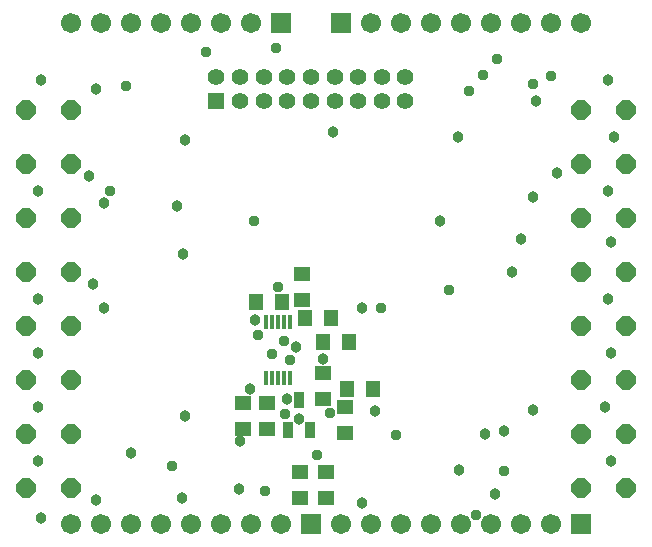
<source format=gbs>
G75*
%MOIN*%
%OFA0B0*%
%FSLAX25Y25*%
%IPPOS*%
%LPD*%
%AMOC8*
5,1,8,0,0,1.08239X$1,22.5*
%
%ADD10R,0.05800X0.04800*%
%ADD11OC8,0.06400*%
%ADD12R,0.06700X0.06700*%
%ADD13C,0.06700*%
%ADD14R,0.05556X0.05556*%
%ADD15C,0.05556*%
%ADD16R,0.01784X0.04737*%
%ADD17R,0.04800X0.05800*%
%ADD18R,0.03200X0.05600*%
%ADD19C,0.03778*%
%ADD20C,0.03800*%
D10*
X0083000Y0040220D03*
X0091000Y0040220D03*
X0091000Y0048819D03*
X0083000Y0048819D03*
X0109500Y0050181D03*
X0117000Y0047319D03*
X0117000Y0038720D03*
X0110500Y0025819D03*
X0102000Y0025819D03*
X0102000Y0017220D03*
X0110500Y0017220D03*
X0109500Y0058780D03*
X0102500Y0083181D03*
X0102500Y0091780D03*
D11*
X0025500Y0092500D03*
X0010500Y0092500D03*
X0010500Y0110500D03*
X0025500Y0110500D03*
X0025500Y0128500D03*
X0010500Y0128500D03*
X0010500Y0146500D03*
X0025500Y0146500D03*
X0025500Y0074500D03*
X0010500Y0074500D03*
X0010500Y0056500D03*
X0025500Y0056500D03*
X0025500Y0038500D03*
X0010500Y0038500D03*
X0010500Y0020500D03*
X0025500Y0020500D03*
X0195500Y0020500D03*
X0210500Y0020500D03*
X0210500Y0038500D03*
X0195500Y0038500D03*
X0195500Y0056500D03*
X0210500Y0056500D03*
X0210500Y0074500D03*
X0195500Y0074500D03*
X0195500Y0092500D03*
X0210500Y0092500D03*
X0210500Y0110500D03*
X0195500Y0110500D03*
X0195500Y0128500D03*
X0210500Y0128500D03*
X0210500Y0146500D03*
X0195500Y0146500D03*
D12*
X0115500Y0175500D03*
X0095500Y0175500D03*
X0105500Y0008500D03*
X0195500Y0008500D03*
D13*
X0185500Y0008500D03*
X0175500Y0008500D03*
X0165500Y0008500D03*
X0155500Y0008500D03*
X0145500Y0008500D03*
X0135500Y0008500D03*
X0125500Y0008500D03*
X0115500Y0008500D03*
X0095500Y0008500D03*
X0085500Y0008500D03*
X0075500Y0008500D03*
X0065500Y0008500D03*
X0055500Y0008500D03*
X0045500Y0008500D03*
X0035500Y0008500D03*
X0025500Y0008500D03*
X0025500Y0175500D03*
X0035500Y0175500D03*
X0045500Y0175500D03*
X0055500Y0175500D03*
X0065500Y0175500D03*
X0075500Y0175500D03*
X0085500Y0175500D03*
X0125500Y0175500D03*
X0135500Y0175500D03*
X0145500Y0175500D03*
X0155500Y0175500D03*
X0165500Y0175500D03*
X0175500Y0175500D03*
X0185500Y0175500D03*
X0195500Y0175500D03*
D14*
X0074004Y0149563D03*
D15*
X0081878Y0149563D03*
X0089752Y0149563D03*
X0097626Y0149563D03*
X0105500Y0149563D03*
X0105500Y0157437D03*
X0097626Y0157437D03*
X0089752Y0157437D03*
X0081878Y0157437D03*
X0074004Y0157437D03*
X0113374Y0157437D03*
X0121248Y0157437D03*
X0121248Y0149563D03*
X0113374Y0149563D03*
X0129122Y0149563D03*
X0136996Y0149563D03*
X0136996Y0157437D03*
X0129122Y0157437D03*
D16*
X0098437Y0075752D03*
X0096469Y0075752D03*
X0094500Y0075752D03*
X0092531Y0075752D03*
X0090563Y0075752D03*
X0090563Y0057248D03*
X0092531Y0057248D03*
X0094500Y0057248D03*
X0096469Y0057248D03*
X0098437Y0057248D03*
D17*
X0109681Y0069000D03*
X0112280Y0077000D03*
X0103681Y0077000D03*
X0095819Y0082500D03*
X0087220Y0082500D03*
X0118280Y0069000D03*
X0117681Y0053500D03*
X0126280Y0053500D03*
D18*
X0105063Y0039724D03*
X0097976Y0039724D03*
X0101520Y0049961D03*
D19*
X0097000Y0045000D03*
X0112000Y0045500D03*
X0117000Y0047319D03*
X0117681Y0053500D03*
X0134000Y0038000D03*
X0107500Y0031500D03*
X0090319Y0019500D03*
X0059220Y0027941D03*
X0098500Y0063000D03*
X0092500Y0065000D03*
X0096500Y0069500D03*
X0088000Y0071500D03*
X0094500Y0087500D03*
X0086500Y0109500D03*
X0129000Y0080500D03*
X0151500Y0086500D03*
X0169819Y0026000D03*
X0160500Y0011500D03*
X0038500Y0119500D03*
X0044000Y0154500D03*
X0070450Y0165889D03*
X0094000Y0167000D03*
X0158089Y0152911D03*
X0162775Y0158225D03*
X0167461Y0163539D03*
X0179500Y0155000D03*
X0185500Y0157948D03*
D20*
X0015500Y0010500D03*
X0034000Y0016500D03*
X0045500Y0032000D03*
X0063500Y0044500D03*
X0082000Y0036000D03*
X0097500Y0050000D03*
X0101500Y0043500D03*
X0085200Y0053500D03*
X0100500Y0067500D03*
X0109500Y0063500D03*
X0122500Y0080500D03*
X0087000Y0076500D03*
X0063000Y0098500D03*
X0061000Y0114500D03*
X0063500Y0136500D03*
X0036500Y0115500D03*
X0031500Y0124500D03*
X0014500Y0119500D03*
X0033000Y0088500D03*
X0036500Y0080500D03*
X0014500Y0083500D03*
X0014500Y0065500D03*
X0014500Y0047500D03*
X0014500Y0029500D03*
X0062500Y0017000D03*
X0081500Y0020000D03*
X0102000Y0017500D03*
X0122500Y0015500D03*
X0155000Y0026500D03*
X0167000Y0018500D03*
X0163500Y0038500D03*
X0170000Y0039500D03*
X0179500Y0046500D03*
X0203500Y0047500D03*
X0205500Y0029500D03*
X0205500Y0065500D03*
X0204500Y0083500D03*
X0205500Y0102500D03*
X0204500Y0119500D03*
X0187500Y0125500D03*
X0179500Y0117500D03*
X0175500Y0103500D03*
X0172500Y0092500D03*
X0148500Y0109500D03*
X0154500Y0137500D03*
X0180500Y0149500D03*
X0204500Y0156500D03*
X0206500Y0137500D03*
X0113000Y0139000D03*
X0034000Y0153500D03*
X0015500Y0156500D03*
X0127000Y0046000D03*
M02*

</source>
